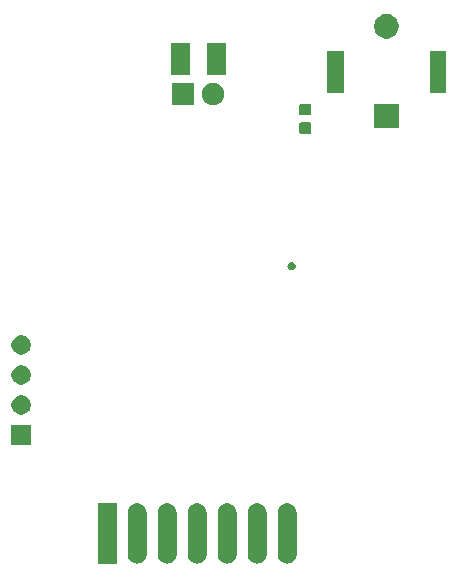
<source format=gbr>
G04 #@! TF.GenerationSoftware,KiCad,Pcbnew,(5.1.5-0-10_14)*
G04 #@! TF.CreationDate,2020-08-02T15:46:47+01:00*
G04 #@! TF.ProjectId,or2_reader,6f72325f-7265-4616-9465-722e6b696361,rev?*
G04 #@! TF.SameCoordinates,Original*
G04 #@! TF.FileFunction,Soldermask,Top*
G04 #@! TF.FilePolarity,Negative*
%FSLAX46Y46*%
G04 Gerber Fmt 4.6, Leading zero omitted, Abs format (unit mm)*
G04 Created by KiCad (PCBNEW (5.1.5-0-10_14)) date 2020-08-02 15:46:47*
%MOMM*%
%LPD*%
G04 APERTURE LIST*
%ADD10C,0.100000*%
G04 APERTURE END LIST*
D10*
G36*
X141762022Y-118834490D02*
G01*
X141862681Y-118865025D01*
X141913012Y-118880292D01*
X142052164Y-118954671D01*
X142174133Y-119054767D01*
X142274229Y-119176735D01*
X142348608Y-119315887D01*
X142363875Y-119366218D01*
X142394410Y-119466877D01*
X142406000Y-119584555D01*
X142406000Y-123163245D01*
X142394410Y-123280923D01*
X142363875Y-123381582D01*
X142348608Y-123431913D01*
X142274229Y-123571065D01*
X142174133Y-123693033D01*
X142052165Y-123793129D01*
X141913013Y-123867508D01*
X141862682Y-123882775D01*
X141762023Y-123913310D01*
X141605000Y-123928775D01*
X141447978Y-123913310D01*
X141347319Y-123882775D01*
X141296988Y-123867508D01*
X141157836Y-123793129D01*
X141035868Y-123693033D01*
X140935772Y-123571065D01*
X140861393Y-123431913D01*
X140846126Y-123381582D01*
X140815591Y-123280923D01*
X140804001Y-123163245D01*
X140804000Y-119584556D01*
X140815590Y-119466878D01*
X140861392Y-119315889D01*
X140861392Y-119315888D01*
X140935771Y-119176736D01*
X140935772Y-119176735D01*
X141035867Y-119054767D01*
X141157835Y-118954671D01*
X141296987Y-118880292D01*
X141347318Y-118865025D01*
X141447977Y-118834490D01*
X141605000Y-118819025D01*
X141762022Y-118834490D01*
G37*
G36*
X144302022Y-118834490D02*
G01*
X144402681Y-118865025D01*
X144453012Y-118880292D01*
X144592164Y-118954671D01*
X144714133Y-119054767D01*
X144814229Y-119176735D01*
X144888608Y-119315887D01*
X144903875Y-119366218D01*
X144934410Y-119466877D01*
X144946000Y-119584555D01*
X144946000Y-123163245D01*
X144934410Y-123280923D01*
X144903875Y-123381582D01*
X144888608Y-123431913D01*
X144814229Y-123571065D01*
X144714133Y-123693033D01*
X144592165Y-123793129D01*
X144453013Y-123867508D01*
X144402682Y-123882775D01*
X144302023Y-123913310D01*
X144145000Y-123928775D01*
X143987978Y-123913310D01*
X143887319Y-123882775D01*
X143836988Y-123867508D01*
X143697836Y-123793129D01*
X143575868Y-123693033D01*
X143475772Y-123571065D01*
X143401393Y-123431913D01*
X143386126Y-123381582D01*
X143355591Y-123280923D01*
X143344001Y-123163245D01*
X143344000Y-119584556D01*
X143355590Y-119466878D01*
X143401392Y-119315889D01*
X143401392Y-119315888D01*
X143475771Y-119176736D01*
X143475772Y-119176735D01*
X143575867Y-119054767D01*
X143697835Y-118954671D01*
X143836987Y-118880292D01*
X143887318Y-118865025D01*
X143987977Y-118834490D01*
X144145000Y-118819025D01*
X144302022Y-118834490D01*
G37*
G36*
X146842022Y-118834490D02*
G01*
X146942681Y-118865025D01*
X146993012Y-118880292D01*
X147132164Y-118954671D01*
X147254133Y-119054767D01*
X147354229Y-119176735D01*
X147428608Y-119315887D01*
X147443875Y-119366218D01*
X147474410Y-119466877D01*
X147486000Y-119584555D01*
X147486000Y-123163245D01*
X147474410Y-123280923D01*
X147443875Y-123381582D01*
X147428608Y-123431913D01*
X147354229Y-123571065D01*
X147254133Y-123693033D01*
X147132165Y-123793129D01*
X146993013Y-123867508D01*
X146942682Y-123882775D01*
X146842023Y-123913310D01*
X146685000Y-123928775D01*
X146527978Y-123913310D01*
X146427319Y-123882775D01*
X146376988Y-123867508D01*
X146237836Y-123793129D01*
X146115868Y-123693033D01*
X146015772Y-123571065D01*
X145941393Y-123431913D01*
X145926126Y-123381582D01*
X145895591Y-123280923D01*
X145884001Y-123163245D01*
X145884000Y-119584556D01*
X145895590Y-119466878D01*
X145941392Y-119315889D01*
X145941392Y-119315888D01*
X146015771Y-119176736D01*
X146015772Y-119176735D01*
X146115867Y-119054767D01*
X146237835Y-118954671D01*
X146376987Y-118880292D01*
X146427318Y-118865025D01*
X146527977Y-118834490D01*
X146685000Y-118819025D01*
X146842022Y-118834490D01*
G37*
G36*
X149382022Y-118834490D02*
G01*
X149482681Y-118865025D01*
X149533012Y-118880292D01*
X149672164Y-118954671D01*
X149794133Y-119054767D01*
X149894229Y-119176735D01*
X149968608Y-119315887D01*
X149983875Y-119366218D01*
X150014410Y-119466877D01*
X150026000Y-119584555D01*
X150026000Y-123163245D01*
X150014410Y-123280923D01*
X149983875Y-123381582D01*
X149968608Y-123431913D01*
X149894229Y-123571065D01*
X149794133Y-123693033D01*
X149672165Y-123793129D01*
X149533013Y-123867508D01*
X149482682Y-123882775D01*
X149382023Y-123913310D01*
X149225000Y-123928775D01*
X149067978Y-123913310D01*
X148967319Y-123882775D01*
X148916988Y-123867508D01*
X148777836Y-123793129D01*
X148655868Y-123693033D01*
X148555772Y-123571065D01*
X148481393Y-123431913D01*
X148466126Y-123381582D01*
X148435591Y-123280923D01*
X148424001Y-123163245D01*
X148424000Y-119584556D01*
X148435590Y-119466878D01*
X148481392Y-119315889D01*
X148481392Y-119315888D01*
X148555771Y-119176736D01*
X148555772Y-119176735D01*
X148655867Y-119054767D01*
X148777835Y-118954671D01*
X148916987Y-118880292D01*
X148967318Y-118865025D01*
X149067977Y-118834490D01*
X149225000Y-118819025D01*
X149382022Y-118834490D01*
G37*
G36*
X151922022Y-118834490D02*
G01*
X152022681Y-118865025D01*
X152073012Y-118880292D01*
X152212164Y-118954671D01*
X152334133Y-119054767D01*
X152434229Y-119176735D01*
X152508608Y-119315887D01*
X152523875Y-119366218D01*
X152554410Y-119466877D01*
X152566000Y-119584555D01*
X152566000Y-123163245D01*
X152554410Y-123280923D01*
X152523875Y-123381582D01*
X152508608Y-123431913D01*
X152434229Y-123571065D01*
X152334133Y-123693033D01*
X152212165Y-123793129D01*
X152073013Y-123867508D01*
X152022682Y-123882775D01*
X151922023Y-123913310D01*
X151765000Y-123928775D01*
X151607978Y-123913310D01*
X151507319Y-123882775D01*
X151456988Y-123867508D01*
X151317836Y-123793129D01*
X151195868Y-123693033D01*
X151095772Y-123571065D01*
X151021393Y-123431913D01*
X151006126Y-123381582D01*
X150975591Y-123280923D01*
X150964001Y-123163245D01*
X150964000Y-119584556D01*
X150975590Y-119466878D01*
X151021392Y-119315889D01*
X151021392Y-119315888D01*
X151095771Y-119176736D01*
X151095772Y-119176735D01*
X151195867Y-119054767D01*
X151317835Y-118954671D01*
X151456987Y-118880292D01*
X151507318Y-118865025D01*
X151607977Y-118834490D01*
X151765000Y-118819025D01*
X151922022Y-118834490D01*
G37*
G36*
X154462022Y-118834490D02*
G01*
X154562681Y-118865025D01*
X154613012Y-118880292D01*
X154752164Y-118954671D01*
X154874133Y-119054767D01*
X154974229Y-119176735D01*
X155048608Y-119315887D01*
X155063875Y-119366218D01*
X155094410Y-119466877D01*
X155106000Y-119584555D01*
X155106000Y-123163245D01*
X155094410Y-123280923D01*
X155063875Y-123381582D01*
X155048608Y-123431913D01*
X154974229Y-123571065D01*
X154874133Y-123693033D01*
X154752165Y-123793129D01*
X154613013Y-123867508D01*
X154562682Y-123882775D01*
X154462023Y-123913310D01*
X154305000Y-123928775D01*
X154147978Y-123913310D01*
X154047319Y-123882775D01*
X153996988Y-123867508D01*
X153857836Y-123793129D01*
X153735868Y-123693033D01*
X153635772Y-123571065D01*
X153561393Y-123431913D01*
X153546126Y-123381582D01*
X153515591Y-123280923D01*
X153504001Y-123163245D01*
X153504000Y-119584556D01*
X153515590Y-119466878D01*
X153561392Y-119315889D01*
X153561392Y-119315888D01*
X153635771Y-119176736D01*
X153635772Y-119176735D01*
X153735867Y-119054767D01*
X153857835Y-118954671D01*
X153996987Y-118880292D01*
X154047318Y-118865025D01*
X154147977Y-118834490D01*
X154305000Y-118819025D01*
X154462022Y-118834490D01*
G37*
G36*
X139866000Y-123924900D02*
G01*
X138264000Y-123924900D01*
X138264000Y-118822900D01*
X139866000Y-118822900D01*
X139866000Y-123924900D01*
G37*
G36*
X132592900Y-113848400D02*
G01*
X130966900Y-113848400D01*
X130966900Y-112222400D01*
X132592900Y-112222400D01*
X132592900Y-113848400D01*
G37*
G36*
X132017042Y-109713642D02*
G01*
X132165001Y-109774929D01*
X132298155Y-109863899D01*
X132411401Y-109977145D01*
X132500371Y-110110299D01*
X132561658Y-110258258D01*
X132592900Y-110415325D01*
X132592900Y-110575475D01*
X132561658Y-110732542D01*
X132500371Y-110880501D01*
X132411401Y-111013655D01*
X132298155Y-111126901D01*
X132165001Y-111215871D01*
X132017042Y-111277158D01*
X131859975Y-111308400D01*
X131699825Y-111308400D01*
X131542758Y-111277158D01*
X131394799Y-111215871D01*
X131261645Y-111126901D01*
X131148399Y-111013655D01*
X131059429Y-110880501D01*
X130998142Y-110732542D01*
X130966900Y-110575475D01*
X130966900Y-110415325D01*
X130998142Y-110258258D01*
X131059429Y-110110299D01*
X131148399Y-109977145D01*
X131261645Y-109863899D01*
X131394799Y-109774929D01*
X131542758Y-109713642D01*
X131699825Y-109682400D01*
X131859975Y-109682400D01*
X132017042Y-109713642D01*
G37*
G36*
X132017042Y-107173642D02*
G01*
X132165001Y-107234929D01*
X132298155Y-107323899D01*
X132411401Y-107437145D01*
X132500371Y-107570299D01*
X132561658Y-107718258D01*
X132592900Y-107875325D01*
X132592900Y-108035475D01*
X132561658Y-108192542D01*
X132500371Y-108340501D01*
X132411401Y-108473655D01*
X132298155Y-108586901D01*
X132165001Y-108675871D01*
X132017042Y-108737158D01*
X131859975Y-108768400D01*
X131699825Y-108768400D01*
X131542758Y-108737158D01*
X131394799Y-108675871D01*
X131261645Y-108586901D01*
X131148399Y-108473655D01*
X131059429Y-108340501D01*
X130998142Y-108192542D01*
X130966900Y-108035475D01*
X130966900Y-107875325D01*
X130998142Y-107718258D01*
X131059429Y-107570299D01*
X131148399Y-107437145D01*
X131261645Y-107323899D01*
X131394799Y-107234929D01*
X131542758Y-107173642D01*
X131699825Y-107142400D01*
X131859975Y-107142400D01*
X132017042Y-107173642D01*
G37*
G36*
X132017042Y-104633642D02*
G01*
X132165001Y-104694929D01*
X132298155Y-104783899D01*
X132411401Y-104897145D01*
X132500371Y-105030299D01*
X132561658Y-105178258D01*
X132592900Y-105335325D01*
X132592900Y-105495475D01*
X132561658Y-105652542D01*
X132500371Y-105800501D01*
X132411401Y-105933655D01*
X132298155Y-106046901D01*
X132165001Y-106135871D01*
X132017042Y-106197158D01*
X131859975Y-106228400D01*
X131699825Y-106228400D01*
X131542758Y-106197158D01*
X131394799Y-106135871D01*
X131261645Y-106046901D01*
X131148399Y-105933655D01*
X131059429Y-105800501D01*
X130998142Y-105652542D01*
X130966900Y-105495475D01*
X130966900Y-105335325D01*
X130998142Y-105178258D01*
X131059429Y-105030299D01*
X131148399Y-104897145D01*
X131261645Y-104783899D01*
X131394799Y-104694929D01*
X131542758Y-104633642D01*
X131699825Y-104602400D01*
X131859975Y-104602400D01*
X132017042Y-104633642D01*
G37*
G36*
X154780763Y-98412609D02*
G01*
X154780766Y-98412610D01*
X154780765Y-98412610D01*
X154844638Y-98439066D01*
X154902128Y-98477480D01*
X154951020Y-98526372D01*
X154989434Y-98583862D01*
X155011004Y-98635938D01*
X155015891Y-98647737D01*
X155029380Y-98715550D01*
X155029380Y-98784690D01*
X155015891Y-98852503D01*
X155015890Y-98852505D01*
X154989434Y-98916378D01*
X154951020Y-98973868D01*
X154902128Y-99022760D01*
X154844638Y-99061174D01*
X154792562Y-99082744D01*
X154780763Y-99087631D01*
X154712950Y-99101120D01*
X154643810Y-99101120D01*
X154575997Y-99087631D01*
X154564198Y-99082744D01*
X154512122Y-99061174D01*
X154454632Y-99022760D01*
X154405740Y-98973868D01*
X154367326Y-98916378D01*
X154340870Y-98852505D01*
X154340869Y-98852503D01*
X154327380Y-98784690D01*
X154327380Y-98715550D01*
X154340869Y-98647737D01*
X154345756Y-98635938D01*
X154367326Y-98583862D01*
X154405740Y-98526372D01*
X154454632Y-98477480D01*
X154512122Y-98439066D01*
X154575995Y-98412610D01*
X154575994Y-98412610D01*
X154575997Y-98412609D01*
X154643810Y-98399120D01*
X154712950Y-98399120D01*
X154780763Y-98412609D01*
G37*
G36*
X156208591Y-86574085D02*
G01*
X156242569Y-86584393D01*
X156273890Y-86601134D01*
X156301339Y-86623661D01*
X156323866Y-86651110D01*
X156340607Y-86682431D01*
X156350915Y-86716409D01*
X156355000Y-86757890D01*
X156355000Y-87359110D01*
X156350915Y-87400591D01*
X156340607Y-87434569D01*
X156323866Y-87465890D01*
X156301339Y-87493339D01*
X156273890Y-87515866D01*
X156242569Y-87532607D01*
X156208591Y-87542915D01*
X156167110Y-87547000D01*
X155490890Y-87547000D01*
X155449409Y-87542915D01*
X155415431Y-87532607D01*
X155384110Y-87515866D01*
X155356661Y-87493339D01*
X155334134Y-87465890D01*
X155317393Y-87434569D01*
X155307085Y-87400591D01*
X155303000Y-87359110D01*
X155303000Y-86757890D01*
X155307085Y-86716409D01*
X155317393Y-86682431D01*
X155334134Y-86651110D01*
X155356661Y-86623661D01*
X155384110Y-86601134D01*
X155415431Y-86584393D01*
X155449409Y-86574085D01*
X155490890Y-86570000D01*
X156167110Y-86570000D01*
X156208591Y-86574085D01*
G37*
G36*
X163763400Y-87080800D02*
G01*
X161661400Y-87080800D01*
X161661400Y-84978800D01*
X163763400Y-84978800D01*
X163763400Y-87080800D01*
G37*
G36*
X156208591Y-84999085D02*
G01*
X156242569Y-85009393D01*
X156273890Y-85026134D01*
X156301339Y-85048661D01*
X156323866Y-85076110D01*
X156340607Y-85107431D01*
X156350915Y-85141409D01*
X156355000Y-85182890D01*
X156355000Y-85784110D01*
X156350915Y-85825591D01*
X156340607Y-85859569D01*
X156323866Y-85890890D01*
X156301339Y-85918339D01*
X156273890Y-85940866D01*
X156242569Y-85957607D01*
X156208591Y-85967915D01*
X156167110Y-85972000D01*
X155490890Y-85972000D01*
X155449409Y-85967915D01*
X155415431Y-85957607D01*
X155384110Y-85940866D01*
X155356661Y-85918339D01*
X155334134Y-85890890D01*
X155317393Y-85859569D01*
X155307085Y-85825591D01*
X155303000Y-85784110D01*
X155303000Y-85182890D01*
X155307085Y-85141409D01*
X155317393Y-85107431D01*
X155334134Y-85076110D01*
X155356661Y-85048661D01*
X155384110Y-85026134D01*
X155415431Y-85009393D01*
X155449409Y-84999085D01*
X155490890Y-84995000D01*
X156167110Y-84995000D01*
X156208591Y-84999085D01*
G37*
G36*
X146440000Y-85110600D02*
G01*
X144538000Y-85110600D01*
X144538000Y-83208600D01*
X146440000Y-83208600D01*
X146440000Y-85110600D01*
G37*
G36*
X148306395Y-83245146D02*
G01*
X148479466Y-83316834D01*
X148479467Y-83316835D01*
X148635227Y-83420910D01*
X148767690Y-83553373D01*
X148767691Y-83553375D01*
X148871766Y-83709134D01*
X148943454Y-83882205D01*
X148980000Y-84065933D01*
X148980000Y-84253267D01*
X148943454Y-84436995D01*
X148871766Y-84610066D01*
X148871765Y-84610067D01*
X148767690Y-84765827D01*
X148635227Y-84898290D01*
X148556818Y-84950681D01*
X148479466Y-85002366D01*
X148306395Y-85074054D01*
X148122667Y-85110600D01*
X147935333Y-85110600D01*
X147751605Y-85074054D01*
X147578534Y-85002366D01*
X147501182Y-84950681D01*
X147422773Y-84898290D01*
X147290310Y-84765827D01*
X147186235Y-84610067D01*
X147186234Y-84610066D01*
X147114546Y-84436995D01*
X147078000Y-84253267D01*
X147078000Y-84065933D01*
X147114546Y-83882205D01*
X147186234Y-83709134D01*
X147290309Y-83553375D01*
X147290310Y-83553373D01*
X147422773Y-83420910D01*
X147578533Y-83316835D01*
X147578534Y-83316834D01*
X147751605Y-83245146D01*
X147935333Y-83208600D01*
X148122667Y-83208600D01*
X148306395Y-83245146D01*
G37*
G36*
X159082700Y-84047000D02*
G01*
X157680700Y-84047000D01*
X157680700Y-80545000D01*
X159082700Y-80545000D01*
X159082700Y-84047000D01*
G37*
G36*
X167782700Y-84047000D02*
G01*
X166380700Y-84047000D01*
X166380700Y-80545000D01*
X167782700Y-80545000D01*
X167782700Y-84047000D01*
G37*
G36*
X146109400Y-82564200D02*
G01*
X144507400Y-82564200D01*
X144507400Y-79862200D01*
X146109400Y-79862200D01*
X146109400Y-82564200D01*
G37*
G36*
X149109400Y-82564200D02*
G01*
X147507400Y-82564200D01*
X147507400Y-79862200D01*
X149109400Y-79862200D01*
X149109400Y-82564200D01*
G37*
G36*
X163018964Y-77419189D02*
G01*
X163210233Y-77498415D01*
X163210235Y-77498416D01*
X163382373Y-77613435D01*
X163528765Y-77759827D01*
X163643785Y-77931967D01*
X163723011Y-78123236D01*
X163763400Y-78326284D01*
X163763400Y-78533316D01*
X163723011Y-78736364D01*
X163643785Y-78927633D01*
X163643784Y-78927635D01*
X163528765Y-79099773D01*
X163382373Y-79246165D01*
X163210235Y-79361184D01*
X163210234Y-79361185D01*
X163210233Y-79361185D01*
X163018964Y-79440411D01*
X162815916Y-79480800D01*
X162608884Y-79480800D01*
X162405836Y-79440411D01*
X162214567Y-79361185D01*
X162214566Y-79361185D01*
X162214565Y-79361184D01*
X162042427Y-79246165D01*
X161896035Y-79099773D01*
X161781016Y-78927635D01*
X161781015Y-78927633D01*
X161701789Y-78736364D01*
X161661400Y-78533316D01*
X161661400Y-78326284D01*
X161701789Y-78123236D01*
X161781015Y-77931967D01*
X161896035Y-77759827D01*
X162042427Y-77613435D01*
X162214565Y-77498416D01*
X162214567Y-77498415D01*
X162405836Y-77419189D01*
X162608884Y-77378800D01*
X162815916Y-77378800D01*
X163018964Y-77419189D01*
G37*
M02*

</source>
